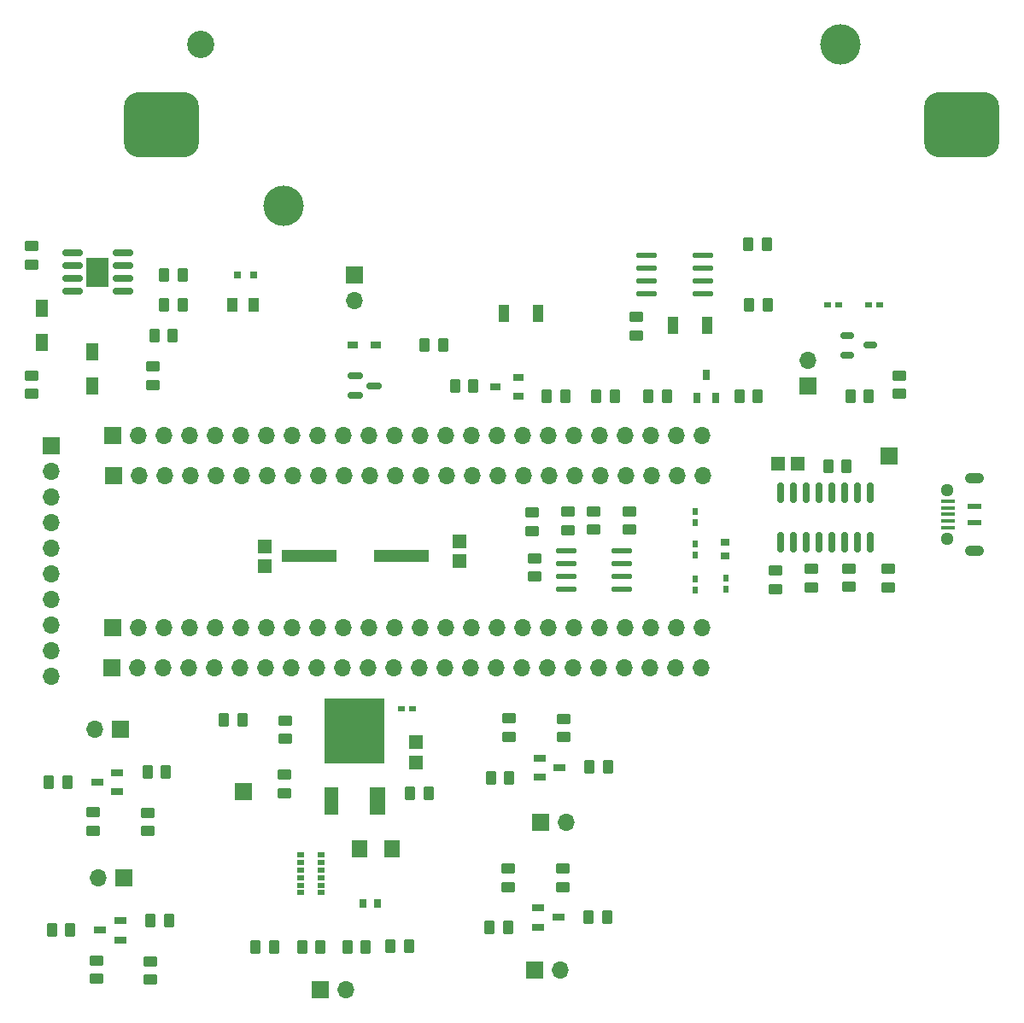
<source format=gbr>
%TF.GenerationSoftware,KiCad,Pcbnew,7.0.1-3b83917a11~172~ubuntu22.04.1*%
%TF.CreationDate,2023-04-03T17:20:00+02:00*%
%TF.ProjectId,HAT,4841542e-6b69-4636-9164-5f7063625858,rev?*%
%TF.SameCoordinates,Original*%
%TF.FileFunction,Soldermask,Top*%
%TF.FilePolarity,Negative*%
%FSLAX46Y46*%
G04 Gerber Fmt 4.6, Leading zero omitted, Abs format (unit mm)*
G04 Created by KiCad (PCBNEW 7.0.1-3b83917a11~172~ubuntu22.04.1) date 2023-04-03 17:20:00*
%MOMM*%
%LPD*%
G01*
G04 APERTURE LIST*
G04 Aperture macros list*
%AMRoundRect*
0 Rectangle with rounded corners*
0 $1 Rounding radius*
0 $2 $3 $4 $5 $6 $7 $8 $9 X,Y pos of 4 corners*
0 Add a 4 corners polygon primitive as box body*
4,1,4,$2,$3,$4,$5,$6,$7,$8,$9,$2,$3,0*
0 Add four circle primitives for the rounded corners*
1,1,$1+$1,$2,$3*
1,1,$1+$1,$4,$5*
1,1,$1+$1,$6,$7*
1,1,$1+$1,$8,$9*
0 Add four rect primitives between the rounded corners*
20,1,$1+$1,$2,$3,$4,$5,0*
20,1,$1+$1,$4,$5,$6,$7,0*
20,1,$1+$1,$6,$7,$8,$9,0*
20,1,$1+$1,$8,$9,$2,$3,0*%
G04 Aperture macros list end*
%ADD10RoundRect,0.250000X0.262500X0.450000X-0.262500X0.450000X-0.262500X-0.450000X0.262500X-0.450000X0*%
%ADD11R,1.700000X1.700000*%
%ADD12O,1.700000X1.700000*%
%ADD13R,1.000000X1.399543*%
%ADD14RoundRect,0.150000X-0.512500X-0.150000X0.512500X-0.150000X0.512500X0.150000X-0.512500X0.150000X0*%
%ADD15RoundRect,0.250000X-0.450000X0.262500X-0.450000X-0.262500X0.450000X-0.262500X0.450000X0.262500X0*%
%ADD16RoundRect,0.250000X-0.262500X-0.450000X0.262500X-0.450000X0.262500X0.450000X-0.262500X0.450000X0*%
%ADD17R,5.500000X1.300000*%
%ADD18O,2.045009X0.588011*%
%ADD19R,1.250013X0.700000*%
%ADD20R,1.350013X1.410008*%
%ADD21R,1.000000X0.800000*%
%ADD22RoundRect,0.250000X0.450000X-0.262500X0.450000X0.262500X-0.450000X0.262500X-0.450000X-0.262500X0*%
%ADD23R,1.000000X0.750013*%
%ADD24R,1.410008X1.350013*%
%ADD25R,0.800000X0.800000*%
%ADD26C,4.000000*%
%ADD27C,2.700000*%
%ADD28RoundRect,1.625000X2.125000X1.625000X-2.125000X1.625000X-2.125000X-1.625000X2.125000X-1.625000X0*%
%ADD29R,0.790094X0.540005*%
%ADD30R,0.800000X0.550013*%
%ADD31R,1.100000X1.700000*%
%ADD32R,0.540005X0.790094*%
%ADD33R,1.350013X2.800000*%
%ADD34R,1.500000X2.800000*%
%ADD35R,6.000000X6.500025*%
%ADD36R,1.296012X1.757506*%
%ADD37R,0.900000X0.800000*%
%ADD38R,1.350000X0.400000*%
%ADD39O,1.900000X1.070000*%
%ADD40O,1.300000X1.300000*%
%ADD41R,1.400000X0.600000*%
%ADD42R,0.800000X1.000000*%
%ADD43R,1.485014X1.727991*%
%ADD44R,0.800000X0.900000*%
%ADD45RoundRect,0.150000X0.150000X-0.825000X0.150000X0.825000X-0.150000X0.825000X-0.150000X-0.825000X0*%
%ADD46RoundRect,0.150000X-0.587500X-0.150000X0.587500X-0.150000X0.587500X0.150000X-0.587500X0.150000X0*%
%ADD47RoundRect,0.150000X-0.825000X-0.150000X0.825000X-0.150000X0.825000X0.150000X-0.825000X0.150000X0*%
%ADD48R,2.290000X3.000000*%
G04 APERTURE END LIST*
D10*
%TO.C,R1*%
X181596400Y-84644900D03*
X179771400Y-84644900D03*
%TD*%
D11*
%TO.C,J10*%
X106656400Y-107594900D03*
D12*
X109196400Y-107594900D03*
X111736400Y-107594900D03*
X114276400Y-107594900D03*
X116816400Y-107594900D03*
X119356400Y-107594900D03*
X121896400Y-107594900D03*
X124436400Y-107594900D03*
X126976400Y-107594900D03*
X129516400Y-107594900D03*
X132056400Y-107594900D03*
X134596400Y-107594900D03*
X137136400Y-107594900D03*
X139676400Y-107594900D03*
X142216400Y-107594900D03*
X144756400Y-107594900D03*
X147296400Y-107594900D03*
X149836400Y-107594900D03*
X152376400Y-107594900D03*
X154916400Y-107594900D03*
X157456400Y-107594900D03*
X159996400Y-107594900D03*
X162536400Y-107594900D03*
X165076400Y-107594900D03*
%TD*%
D13*
%TO.C,LED2*%
X118490000Y-75650900D03*
X120590584Y-75650900D03*
%TD*%
D11*
%TO.C,J12*%
X148506400Y-141569824D03*
D12*
X151046400Y-141569824D03*
%TD*%
D14*
%TO.C,U2*%
X179458900Y-78694900D03*
X179458900Y-80594900D03*
X181733900Y-79644900D03*
%TD*%
D10*
%TO.C,R51*%
X102431400Y-137644900D03*
X100606400Y-137644900D03*
%TD*%
D15*
%TO.C,R19*%
X123646400Y-122232400D03*
X123646400Y-124057400D03*
%TD*%
D16*
%TO.C,R36*%
X144021400Y-137369824D03*
X145846400Y-137369824D03*
%TD*%
D10*
%TO.C,R22*%
X122638144Y-139264900D03*
X120813144Y-139264900D03*
%TD*%
%TO.C,R50*%
X102131400Y-122944900D03*
X100306400Y-122944900D03*
%TD*%
D17*
%TO.C,Y1*%
X135241318Y-100542900D03*
X126135400Y-100542900D03*
%TD*%
D18*
%TO.C,U6*%
X157123400Y-103844900D03*
X157123400Y-102574897D03*
X157123400Y-101304895D03*
X157123400Y-100034892D03*
X151578568Y-100034892D03*
X151578568Y-101304895D03*
X151578568Y-102574897D03*
X151578568Y-103844900D03*
%TD*%
D19*
%TO.C,Q5*%
X148946400Y-120544900D03*
X148946400Y-122444824D03*
X150946400Y-121494862D03*
%TD*%
D10*
%TO.C,R8*%
X112596400Y-78644900D03*
X110771400Y-78644900D03*
%TD*%
D20*
%TO.C,C11*%
X121690400Y-101558900D03*
X121690400Y-99558900D03*
%TD*%
D21*
%TO.C,Q2*%
X146887200Y-84693300D03*
X146887200Y-82793274D03*
X144587174Y-83743236D03*
%TD*%
D11*
%TO.C,J7*%
X183596400Y-90644900D03*
%TD*%
D22*
%TO.C,R32*%
X179653200Y-103589000D03*
X179653200Y-101764000D03*
%TD*%
D10*
%TO.C,R45*%
X112231400Y-136644900D03*
X110406400Y-136644900D03*
%TD*%
D11*
%TO.C,J2*%
X130596400Y-72644900D03*
D12*
X130596400Y-75184900D03*
%TD*%
D23*
%TO.C,D1*%
X132768993Y-79644900D03*
X130423807Y-79644900D03*
%TD*%
D24*
%TO.C,C12*%
X172596400Y-91348100D03*
X174596400Y-91348100D03*
%TD*%
D10*
%TO.C,R3*%
X113596400Y-72644900D03*
X111771400Y-72644900D03*
%TD*%
D22*
%TO.C,R49*%
X105006400Y-142469900D03*
X105006400Y-140644900D03*
%TD*%
D25*
%TO.C,LED1*%
X118997466Y-72651758D03*
X120596400Y-72644900D03*
%TD*%
D22*
%TO.C,R13*%
X158596400Y-78644900D03*
X158596400Y-76819900D03*
%TD*%
D15*
%TO.C,R39*%
X145946400Y-116619824D03*
X145946400Y-118444824D03*
%TD*%
D19*
%TO.C,Q7*%
X107406400Y-138594862D03*
X107406400Y-136694938D03*
X105406400Y-137644900D03*
%TD*%
D16*
%TO.C,R31*%
X177596400Y-91644900D03*
X179421400Y-91644900D03*
%TD*%
D11*
%TO.C,J14*%
X107446400Y-117744900D03*
D12*
X104906400Y-117744900D03*
%TD*%
D15*
%TO.C,R38*%
X145846400Y-131544824D03*
X145846400Y-133369824D03*
%TD*%
D16*
%TO.C,R15*%
X169683900Y-69644900D03*
X171508900Y-69644900D03*
%TD*%
D26*
%TO.C,BT1*%
X178754800Y-49785000D03*
X123554800Y-65785000D03*
D27*
X115334800Y-49785000D03*
D28*
X111504800Y-57785000D03*
X190804800Y-57785000D03*
%TD*%
D29*
%TO.C,C3*%
X177506230Y-75644900D03*
X178596400Y-75644900D03*
%TD*%
D30*
%TO.C,U4*%
X125297200Y-130168436D03*
X125297200Y-130918500D03*
X125297200Y-131668563D03*
X125297200Y-132418373D03*
X125297200Y-133168436D03*
X125297200Y-133918500D03*
X127297200Y-133918500D03*
X127297200Y-133168436D03*
X127297200Y-132418373D03*
X127297200Y-131668563D03*
X127297200Y-130918500D03*
X127297200Y-130168436D03*
%TD*%
D15*
%TO.C,R35*%
X175944800Y-101816700D03*
X175944800Y-103641700D03*
%TD*%
D18*
%TO.C,U3*%
X159596400Y-70739896D03*
X159596400Y-72009899D03*
X159596400Y-73279901D03*
X159596400Y-74549904D03*
X165141232Y-74549904D03*
X165141232Y-73279901D03*
X165141232Y-72009899D03*
X165141232Y-70739896D03*
%TD*%
D15*
%TO.C,R34*%
X172388800Y-101965300D03*
X172388800Y-103790300D03*
%TD*%
D22*
%TO.C,R20*%
X123746400Y-118657298D03*
X123746400Y-116832298D03*
%TD*%
D31*
%TO.C,D2*%
X148790425Y-76463700D03*
X145390375Y-76463700D03*
%TD*%
D15*
%TO.C,R40*%
X151271400Y-131544824D03*
X151271400Y-133369824D03*
%TD*%
%TO.C,R29*%
X157885400Y-96074400D03*
X157885400Y-97899400D03*
%TD*%
D22*
%TO.C,R47*%
X110406400Y-142519938D03*
X110406400Y-140694938D03*
%TD*%
D10*
%TO.C,R4*%
X113596400Y-75644900D03*
X111771400Y-75644900D03*
%TD*%
D11*
%TO.C,J8*%
X106696400Y-88594900D03*
D12*
X109236400Y-88594900D03*
X111776400Y-88594900D03*
X114316400Y-88594900D03*
X116856400Y-88594900D03*
X119396400Y-88594900D03*
X121936400Y-88594900D03*
X124476400Y-88594900D03*
X127016400Y-88594900D03*
X129556400Y-88594900D03*
X132096400Y-88594900D03*
X134636400Y-88594900D03*
X137176400Y-88594900D03*
X139716400Y-88594900D03*
X142256400Y-88594900D03*
X144796400Y-88594900D03*
X147336400Y-88594900D03*
X149876400Y-88594900D03*
X152416400Y-88594900D03*
X154956400Y-88594900D03*
X157496400Y-88594900D03*
X160036400Y-88594900D03*
X162576400Y-88594900D03*
X165116400Y-88594900D03*
%TD*%
D11*
%TO.C,J1*%
X175596400Y-83644900D03*
D12*
X175596400Y-81104900D03*
%TD*%
D19*
%TO.C,Q6*%
X107106400Y-123894862D03*
X107106400Y-121994938D03*
X105106400Y-122944900D03*
%TD*%
D22*
%TO.C,R6*%
X110596400Y-83557400D03*
X110596400Y-81732400D03*
%TD*%
D32*
%TO.C,C14*%
X167410400Y-102692755D03*
X167410400Y-103782925D03*
%TD*%
D33*
%TO.C,Q8*%
X128339313Y-124807514D03*
D34*
X132919197Y-124807514D03*
D35*
X130646400Y-117857298D03*
%TD*%
D16*
%TO.C,R25*%
X134213144Y-139214900D03*
X136038144Y-139214900D03*
%TD*%
D32*
%TO.C,C17*%
X164362400Y-96150730D03*
X164362400Y-97240900D03*
%TD*%
D36*
%TO.C,C4*%
X104596400Y-80272282D03*
X104596400Y-83644900D03*
%TD*%
D32*
%TO.C,C13*%
X164362400Y-102819755D03*
X164362400Y-103909925D03*
%TD*%
%TO.C,C16*%
X164362400Y-99325730D03*
X164362400Y-100415900D03*
%TD*%
D22*
%TO.C,R48*%
X104706400Y-127744900D03*
X104706400Y-125919900D03*
%TD*%
D15*
%TO.C,R5*%
X98596400Y-69819900D03*
X98596400Y-71644900D03*
%TD*%
D22*
%TO.C,R28*%
X148233400Y-98049900D03*
X148233400Y-96224900D03*
%TD*%
D16*
%TO.C,R11*%
X149683900Y-84644900D03*
X151508900Y-84644900D03*
%TD*%
D37*
%TO.C,C15*%
X167359600Y-99142850D03*
X167359600Y-100542900D03*
%TD*%
D38*
%TO.C,J6*%
X189449200Y-97690100D03*
X189449200Y-97040100D03*
X189449200Y-96390100D03*
X189449200Y-95740100D03*
X189449200Y-95090100D03*
D39*
X192049200Y-99990100D03*
D40*
X189399200Y-98815100D03*
D41*
X192099200Y-97190100D03*
X192099200Y-95590100D03*
D40*
X189399200Y-93965100D03*
D39*
X192049200Y-92790100D03*
%TD*%
D22*
%TO.C,R26*%
X148487400Y-102574900D03*
X148487400Y-100749900D03*
%TD*%
D42*
%TO.C,Q3*%
X164565600Y-84896500D03*
X166465626Y-84896500D03*
X165515664Y-82596474D03*
%TD*%
D10*
%TO.C,R17*%
X170596400Y-84644900D03*
X168771400Y-84644900D03*
%TD*%
%TO.C,R18*%
X137946400Y-124057400D03*
X136121400Y-124057400D03*
%TD*%
D43*
%TO.C,C6*%
X131146400Y-129595027D03*
X134331566Y-129595027D03*
%TD*%
D20*
%TO.C,C10*%
X140994400Y-101050900D03*
X140994400Y-99050900D03*
%TD*%
D10*
%TO.C,R23*%
X127263144Y-139264900D03*
X125438144Y-139264900D03*
%TD*%
D11*
%TO.C,J15*%
X107746400Y-132444900D03*
D12*
X105206400Y-132444900D03*
%TD*%
D11*
%TO.C,J5*%
X100596400Y-89564900D03*
D12*
X100596400Y-92104900D03*
X100596400Y-94644900D03*
X100596400Y-97184900D03*
X100596400Y-99724900D03*
X100596400Y-102264900D03*
X100596400Y-104804900D03*
X100596400Y-107344900D03*
X100596400Y-109884900D03*
X100596400Y-112424900D03*
%TD*%
D10*
%TO.C,R14*%
X161596400Y-84644900D03*
X159771400Y-84644900D03*
%TD*%
D11*
%TO.C,J11*%
X106576400Y-111594900D03*
D12*
X109116400Y-111594900D03*
X111656400Y-111594900D03*
X114196400Y-111594900D03*
X116736400Y-111594900D03*
X119276400Y-111594900D03*
X121816400Y-111594900D03*
X124356400Y-111594900D03*
X126896400Y-111594900D03*
X129436400Y-111594900D03*
X131976400Y-111594900D03*
X134516400Y-111594900D03*
X137056400Y-111594900D03*
X139596400Y-111594900D03*
X142136400Y-111594900D03*
X144676400Y-111594900D03*
X147216400Y-111594900D03*
X149756400Y-111594900D03*
X152296400Y-111594900D03*
X154836400Y-111594900D03*
X157376400Y-111594900D03*
X159916400Y-111594900D03*
X162456400Y-111594900D03*
X164996400Y-111594900D03*
%TD*%
D36*
%TO.C,C1*%
X99596400Y-75958591D03*
X99596400Y-79331209D03*
%TD*%
D10*
%TO.C,R24*%
X131750644Y-139264900D03*
X129925644Y-139264900D03*
%TD*%
D44*
%TO.C,C7*%
X131466350Y-134985300D03*
X132866400Y-134985300D03*
%TD*%
D10*
%TO.C,R21*%
X119496400Y-116807400D03*
X117671400Y-116807400D03*
%TD*%
D15*
%TO.C,R41*%
X151371400Y-116669862D03*
X151371400Y-118494862D03*
%TD*%
D16*
%TO.C,R37*%
X144146400Y-122494862D03*
X145971400Y-122494862D03*
%TD*%
D45*
%TO.C,U7*%
X172846000Y-99171300D03*
X174116000Y-99171300D03*
X175386000Y-99171300D03*
X176656000Y-99171300D03*
X177926000Y-99171300D03*
X179196000Y-99171300D03*
X180466000Y-99171300D03*
X181736000Y-99171300D03*
X181736000Y-94221300D03*
X180466000Y-94221300D03*
X179196000Y-94221300D03*
X177926000Y-94221300D03*
X176656000Y-94221300D03*
X175386000Y-94221300D03*
X174116000Y-94221300D03*
X172846000Y-94221300D03*
%TD*%
D16*
%TO.C,R43*%
X153896400Y-121444824D03*
X155721400Y-121444824D03*
%TD*%
D10*
%TO.C,R10*%
X142421400Y-83644900D03*
X140596400Y-83644900D03*
%TD*%
D29*
%TO.C,C9*%
X135306230Y-115657400D03*
X136396400Y-115657400D03*
%TD*%
D46*
%TO.C,Q1*%
X130658900Y-82694900D03*
X130658900Y-84594900D03*
X132533900Y-83644900D03*
%TD*%
D20*
%TO.C,C8*%
X136746400Y-119007400D03*
X136746400Y-121007400D03*
%TD*%
D11*
%TO.C,J4*%
X127198144Y-143564900D03*
D12*
X129738144Y-143564900D03*
%TD*%
D22*
%TO.C,R2*%
X98596400Y-84469900D03*
X98596400Y-82644900D03*
%TD*%
D10*
%TO.C,R9*%
X139421400Y-79644900D03*
X137596400Y-79644900D03*
%TD*%
D22*
%TO.C,R33*%
X183514000Y-103637900D03*
X183514000Y-101812900D03*
%TD*%
%TO.C,R46*%
X110131400Y-127819938D03*
X110131400Y-125994938D03*
%TD*%
D15*
%TO.C,R30*%
X154329400Y-96074400D03*
X154329400Y-97899400D03*
%TD*%
D31*
%TO.C,D3*%
X162181550Y-77632100D03*
X165581600Y-77632100D03*
%TD*%
D19*
%TO.C,Q4*%
X148846400Y-135419862D03*
X148846400Y-137319786D03*
X150846400Y-136369824D03*
%TD*%
D16*
%TO.C,R16*%
X169771400Y-75644900D03*
X171596400Y-75644900D03*
%TD*%
%TO.C,R12*%
X154596400Y-84644900D03*
X156421400Y-84644900D03*
%TD*%
D22*
%TO.C,R27*%
X151789400Y-97946400D03*
X151789400Y-96121400D03*
%TD*%
D16*
%TO.C,R42*%
X153821400Y-136369824D03*
X155646400Y-136369824D03*
%TD*%
D11*
%TO.C,J9*%
X106716400Y-92594900D03*
D12*
X109256400Y-92594900D03*
X111796400Y-92594900D03*
X114336400Y-92594900D03*
X116876400Y-92594900D03*
X119416400Y-92594900D03*
X121956400Y-92594900D03*
X124496400Y-92594900D03*
X127036400Y-92594900D03*
X129576400Y-92594900D03*
X132116400Y-92594900D03*
X134656400Y-92594900D03*
X137196400Y-92594900D03*
X139736400Y-92594900D03*
X142276400Y-92594900D03*
X144816400Y-92594900D03*
X147356400Y-92594900D03*
X149896400Y-92594900D03*
X152436400Y-92594900D03*
X154976400Y-92594900D03*
X157516400Y-92594900D03*
X160056400Y-92594900D03*
X162596400Y-92594900D03*
X165136400Y-92594900D03*
%TD*%
D11*
%TO.C,J3*%
X119596400Y-123857400D03*
%TD*%
D10*
%TO.C,R44*%
X111931400Y-121944900D03*
X110106400Y-121944900D03*
%TD*%
D22*
%TO.C,R7*%
X184596400Y-84469900D03*
X184596400Y-82644900D03*
%TD*%
D47*
%TO.C,U1*%
X102691400Y-70489900D03*
X102691400Y-71759900D03*
X102691400Y-73029900D03*
X102691400Y-74299900D03*
X107641400Y-74299900D03*
X107641400Y-73029900D03*
X107641400Y-71759900D03*
X107641400Y-70489900D03*
D48*
X105166400Y-72394900D03*
%TD*%
D29*
%TO.C,C2*%
X182686570Y-75644900D03*
X181596400Y-75644900D03*
%TD*%
D11*
%TO.C,J13*%
X149071400Y-126894862D03*
D12*
X151611400Y-126894862D03*
%TD*%
M02*

</source>
